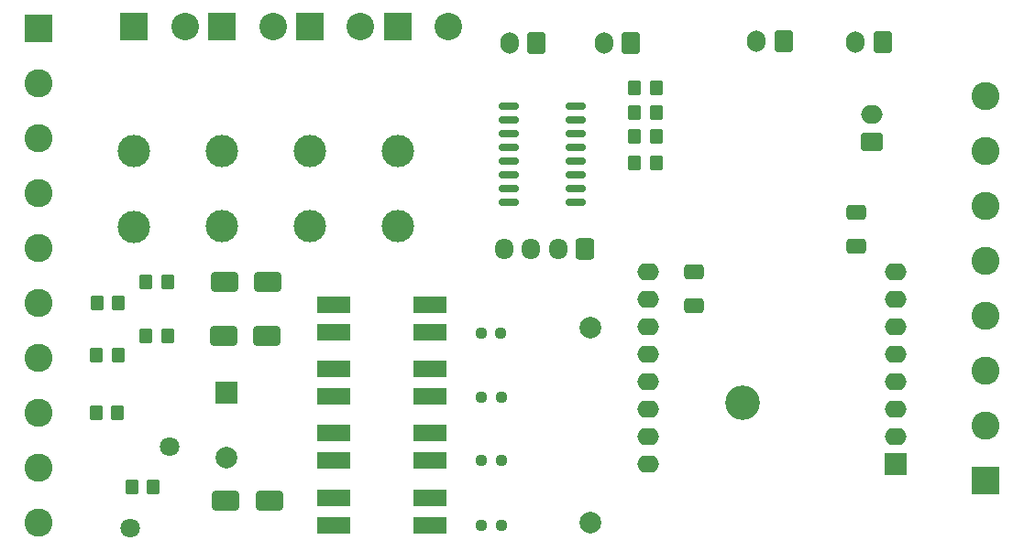
<source format=gbr>
%TF.GenerationSoftware,KiCad,Pcbnew,7.0.8*%
%TF.CreationDate,2025-02-03T20:38:03+05:30*%
%TF.ProjectId,WemosD1Mini-8266,57656d6f-7344-4314-9d69-6e692d383236,rev?*%
%TF.SameCoordinates,Original*%
%TF.FileFunction,Soldermask,Bot*%
%TF.FilePolarity,Negative*%
%FSLAX46Y46*%
G04 Gerber Fmt 4.6, Leading zero omitted, Abs format (unit mm)*
G04 Created by KiCad (PCBNEW 7.0.8) date 2025-02-03 20:38:03*
%MOMM*%
%LPD*%
G01*
G04 APERTURE LIST*
G04 Aperture macros list*
%AMRoundRect*
0 Rectangle with rounded corners*
0 $1 Rounding radius*
0 $2 $3 $4 $5 $6 $7 $8 $9 X,Y pos of 4 corners*
0 Add a 4 corners polygon primitive as box body*
4,1,4,$2,$3,$4,$5,$6,$7,$8,$9,$2,$3,0*
0 Add four circle primitives for the rounded corners*
1,1,$1+$1,$2,$3*
1,1,$1+$1,$4,$5*
1,1,$1+$1,$6,$7*
1,1,$1+$1,$8,$9*
0 Add four rect primitives between the rounded corners*
20,1,$1+$1,$2,$3,$4,$5,0*
20,1,$1+$1,$4,$5,$6,$7,0*
20,1,$1+$1,$6,$7,$8,$9,0*
20,1,$1+$1,$8,$9,$2,$3,0*%
G04 Aperture macros list end*
%ADD10R,2.000000X2.000000*%
%ADD11O,2.000000X1.600000*%
%ADD12C,3.000000*%
%ADD13R,2.540000X2.540000*%
%ADD14C,2.540000*%
%ADD15C,2.000000*%
%ADD16RoundRect,0.250000X0.750000X-0.600000X0.750000X0.600000X-0.750000X0.600000X-0.750000X-0.600000X0*%
%ADD17O,2.000000X1.700000*%
%ADD18R,2.600000X2.600000*%
%ADD19C,2.600000*%
%ADD20RoundRect,0.250000X0.600000X0.750000X-0.600000X0.750000X-0.600000X-0.750000X0.600000X-0.750000X0*%
%ADD21O,1.700000X2.000000*%
%ADD22C,1.800000*%
%ADD23C,3.200000*%
%ADD24RoundRect,0.250000X0.600000X0.725000X-0.600000X0.725000X-0.600000X-0.725000X0.600000X-0.725000X0*%
%ADD25O,1.700000X1.950000*%
%ADD26RoundRect,0.250000X-0.350000X-0.450000X0.350000X-0.450000X0.350000X0.450000X-0.350000X0.450000X0*%
%ADD27RoundRect,0.237500X0.250000X0.237500X-0.250000X0.237500X-0.250000X-0.237500X0.250000X-0.237500X0*%
%ADD28RoundRect,0.162500X0.750000X0.162500X-0.750000X0.162500X-0.750000X-0.162500X0.750000X-0.162500X0*%
%ADD29R,3.100000X1.600000*%
%ADD30RoundRect,0.250000X-1.000000X-0.650000X1.000000X-0.650000X1.000000X0.650000X-1.000000X0.650000X0*%
%ADD31RoundRect,0.250000X0.650000X-0.412500X0.650000X0.412500X-0.650000X0.412500X-0.650000X-0.412500X0*%
%ADD32RoundRect,0.250000X-0.650000X0.412500X-0.650000X-0.412500X0.650000X-0.412500X0.650000X0.412500X0*%
G04 APERTURE END LIST*
D10*
%TO.C,U5*%
X184825000Y-143210000D03*
D11*
X184825000Y-140670000D03*
X184825000Y-138130000D03*
X184825000Y-135590000D03*
X184825000Y-133050000D03*
X184825000Y-130510000D03*
X184825000Y-127970000D03*
X184825000Y-125430000D03*
X161965000Y-125430000D03*
X161965000Y-127970000D03*
X161965000Y-130510000D03*
X161965000Y-133050000D03*
X161965000Y-135590000D03*
X161965000Y-138130000D03*
X161965000Y-140670000D03*
X161965000Y-143210000D03*
%TD*%
D12*
%TO.C,RL3*%
X122580000Y-114220000D03*
X122580000Y-121220000D03*
D13*
X122580000Y-102720000D03*
D14*
X127280000Y-102720000D03*
%TD*%
D10*
%TO.C,PS1*%
X122970000Y-136580000D03*
D15*
X122970000Y-142580000D03*
X156570000Y-130580000D03*
X156570000Y-148580000D03*
%TD*%
D16*
%TO.C,J5*%
X182555000Y-113370000D03*
D17*
X182555000Y-110870000D03*
%TD*%
D18*
%TO.C,J8*%
X193130000Y-144700000D03*
D19*
X193130000Y-139620000D03*
X193130000Y-134540000D03*
X193130000Y-129460000D03*
X193130000Y-124380000D03*
X193130000Y-119300000D03*
X193130000Y-114220000D03*
X193130000Y-109140000D03*
%TD*%
D20*
%TO.C,J3*%
X160330000Y-104245000D03*
D21*
X157830000Y-104245000D03*
%TD*%
D22*
%TO.C,RV1*%
X117780000Y-141620000D03*
X114080000Y-149120000D03*
%TD*%
D20*
%TO.C,J2*%
X151630000Y-104245000D03*
D21*
X149130000Y-104245000D03*
%TD*%
D12*
%TO.C,RL1*%
X138780000Y-114220000D03*
X138780000Y-121220000D03*
D13*
X138780000Y-102720000D03*
D14*
X143480000Y-102720000D03*
%TD*%
D12*
%TO.C,RL2*%
X130680000Y-114220000D03*
X130680000Y-121220000D03*
D13*
X130680000Y-102720000D03*
D14*
X135380000Y-102720000D03*
%TD*%
D20*
%TO.C,J7*%
X183580000Y-104145000D03*
D21*
X181080000Y-104145000D03*
%TD*%
D23*
%TO.C,H1*%
X170680000Y-137520000D03*
%TD*%
D12*
%TO.C,RL4*%
X114480000Y-114230000D03*
X114480000Y-121230000D03*
D13*
X114480000Y-102730000D03*
D14*
X119180000Y-102730000D03*
%TD*%
D20*
%TO.C,J6*%
X174430000Y-104095000D03*
D21*
X171930000Y-104095000D03*
%TD*%
D18*
%TO.C,J1*%
X105630000Y-102860000D03*
D19*
X105630000Y-107940000D03*
X105630000Y-113020000D03*
X105630000Y-118100000D03*
X105630000Y-123180000D03*
X105630000Y-128260000D03*
X105630000Y-133340000D03*
X105630000Y-138420000D03*
X105630000Y-143500000D03*
X105630000Y-148580000D03*
%TD*%
D24*
%TO.C,J4*%
X156130000Y-123270000D03*
D25*
X153630000Y-123270000D03*
X151130000Y-123270000D03*
X148630000Y-123270000D03*
%TD*%
D26*
%TO.C,R4*%
X110980000Y-133120000D03*
X112980000Y-133120000D03*
%TD*%
D27*
%TO.C,R3*%
X148392500Y-148870000D03*
X146567500Y-148870000D03*
%TD*%
D28*
%TO.C,U6*%
X155217500Y-110125000D03*
X155217500Y-111395000D03*
X155217500Y-112665000D03*
X155217500Y-113935000D03*
X155217500Y-115205000D03*
X155217500Y-116475000D03*
X155217500Y-117745000D03*
X155217500Y-119015000D03*
X149042500Y-119015000D03*
X149042500Y-117745000D03*
X149042500Y-116475000D03*
X149042500Y-115205000D03*
X149042500Y-113935000D03*
X149042500Y-112665000D03*
X149042500Y-111395000D03*
X149042500Y-110125000D03*
%TD*%
D27*
%TO.C,R9*%
X148392500Y-137020000D03*
X146567500Y-137020000D03*
%TD*%
%TO.C,R14*%
X148342500Y-131070000D03*
X146517500Y-131070000D03*
%TD*%
D26*
%TO.C,R8*%
X115530000Y-126320000D03*
X117530000Y-126320000D03*
%TD*%
%TO.C,R18*%
X160680000Y-115320000D03*
X162680000Y-115320000D03*
%TD*%
%TO.C,R15*%
X160680000Y-110670000D03*
X162680000Y-110670000D03*
%TD*%
D29*
%TO.C,U4*%
X132885000Y-131040000D03*
X132885000Y-128500000D03*
X141775000Y-128500000D03*
X141775000Y-131040000D03*
%TD*%
D26*
%TO.C,R5*%
X115580000Y-131370000D03*
X117580000Y-131370000D03*
%TD*%
D30*
%TO.C,D3*%
X122830000Y-126370000D03*
X126830000Y-126370000D03*
%TD*%
%TO.C,D1*%
X122930000Y-146570000D03*
X126930000Y-146570000D03*
%TD*%
%TO.C,D2*%
X122730000Y-131370000D03*
X126730000Y-131370000D03*
%TD*%
D29*
%TO.C,U3*%
X132885000Y-136890000D03*
X132885000Y-134350000D03*
X141775000Y-134350000D03*
X141775000Y-136890000D03*
%TD*%
D31*
%TO.C,C1*%
X181130000Y-123070000D03*
X181130000Y-119945000D03*
%TD*%
D29*
%TO.C,U2*%
X132885000Y-142840000D03*
X132885000Y-140300000D03*
X141775000Y-140300000D03*
X141775000Y-142840000D03*
%TD*%
%TO.C,U1*%
X132885000Y-148840000D03*
X132885000Y-146300000D03*
X141775000Y-146300000D03*
X141775000Y-148840000D03*
%TD*%
D32*
%TO.C,C2*%
X166180000Y-125420000D03*
X166180000Y-128545000D03*
%TD*%
D26*
%TO.C,R7*%
X111030000Y-128320000D03*
X113030000Y-128320000D03*
%TD*%
D27*
%TO.C,R6*%
X148392500Y-142820000D03*
X146567500Y-142820000D03*
%TD*%
D26*
%TO.C,R2*%
X114230000Y-145270000D03*
X116230000Y-145270000D03*
%TD*%
%TO.C,R16*%
X160680000Y-108420000D03*
X162680000Y-108420000D03*
%TD*%
%TO.C,R1*%
X110930000Y-138420000D03*
X112930000Y-138420000D03*
%TD*%
%TO.C,R17*%
X160680000Y-112920000D03*
X162680000Y-112920000D03*
%TD*%
M02*

</source>
